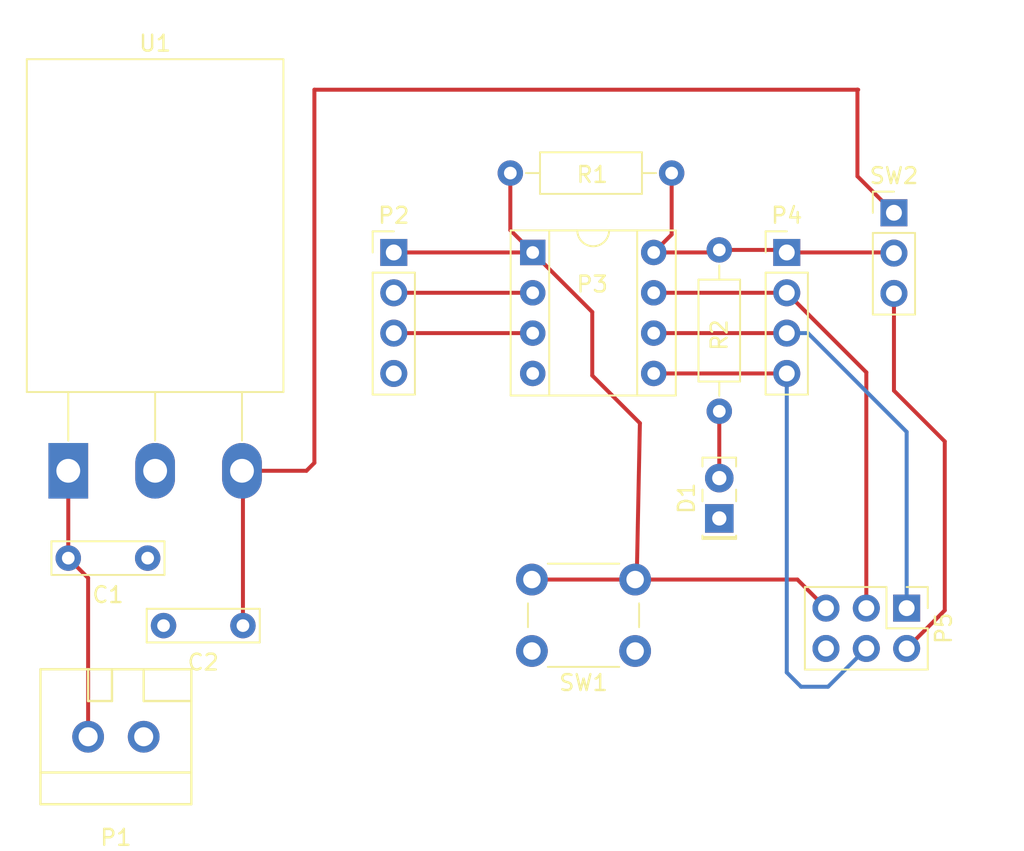
<source format=kicad_pcb>
(kicad_pcb (version 4) (host pcbnew 4.0.7)

  (general
    (links 32)
    (no_connects 9)
    (area 14.657143 14.855 78.303334 66.925)
    (thickness 1.6)
    (drawings 5)
    (tracks 49)
    (zones 0)
    (modules 13)
    (nets 13)
  )

  (page A4)
  (layers
    (0 F.Cu signal)
    (31 B.Cu signal)
    (32 B.Adhes user)
    (33 F.Adhes user)
    (34 B.Paste user)
    (35 F.Paste user)
    (36 B.SilkS user)
    (37 F.SilkS user)
    (38 B.Mask user)
    (39 F.Mask user)
    (40 Dwgs.User user)
    (41 Cmts.User user)
    (42 Eco1.User user)
    (43 Eco2.User user)
    (44 Edge.Cuts user)
    (45 Margin user)
    (46 B.CrtYd user)
    (47 F.CrtYd user)
    (48 B.Fab user)
    (49 F.Fab user)
  )

  (setup
    (last_trace_width 0.25)
    (trace_clearance 0.2)
    (zone_clearance 0.508)
    (zone_45_only no)
    (trace_min 0.2)
    (segment_width 0.2)
    (edge_width 0.1)
    (via_size 0.6)
    (via_drill 0.4)
    (via_min_size 0.4)
    (via_min_drill 0.3)
    (uvia_size 0.3)
    (uvia_drill 0.1)
    (uvias_allowed no)
    (uvia_min_size 0.2)
    (uvia_min_drill 0.1)
    (pcb_text_width 0.3)
    (pcb_text_size 1.5 1.5)
    (mod_edge_width 0.15)
    (mod_text_size 1 1)
    (mod_text_width 0.15)
    (pad_size 1.5 1.5)
    (pad_drill 0.6)
    (pad_to_mask_clearance 0)
    (aux_axis_origin 0 0)
    (visible_elements FFFFFF7F)
    (pcbplotparams
      (layerselection 0x00030_80000001)
      (usegerberextensions false)
      (excludeedgelayer true)
      (linewidth 0.100000)
      (plotframeref false)
      (viasonmask false)
      (mode 1)
      (useauxorigin false)
      (hpglpennumber 1)
      (hpglpenspeed 20)
      (hpglpendiameter 15)
      (hpglpenoverlay 2)
      (psnegative false)
      (psa4output false)
      (plotreference true)
      (plotvalue true)
      (plotinvisibletext false)
      (padsonsilk false)
      (subtractmaskfromsilk false)
      (outputformat 1)
      (mirror false)
      (drillshape 1)
      (scaleselection 1)
      (outputdirectory ""))
  )

  (net 0 "")
  (net 1 GND)
  (net 2 "Net-(C1-Pad2)")
  (net 3 Vcc7805)
  (net 4 "Net-(D1-Pad2)")
  (net 5 RST)
  (net 6 "Net-(P2-Pad2)")
  (net 7 "Net-(P2-Pad3)")
  (net 8 "Net-(P3-Pad5)")
  (net 9 "Net-(P3-Pad6)")
  (net 10 "Net-(P3-Pad7)")
  (net 11 PWR)
  (net 12 "Net-(P5-Pad2)")

  (net_class Default "This is the default net class."
    (clearance 0.2)
    (trace_width 0.25)
    (via_dia 0.6)
    (via_drill 0.4)
    (uvia_dia 0.3)
    (uvia_drill 0.1)
    (add_net GND)
    (add_net "Net-(C1-Pad2)")
    (add_net "Net-(D1-Pad2)")
    (add_net "Net-(P2-Pad2)")
    (add_net "Net-(P2-Pad3)")
    (add_net "Net-(P3-Pad5)")
    (add_net "Net-(P3-Pad6)")
    (add_net "Net-(P3-Pad7)")
    (add_net "Net-(P5-Pad2)")
    (add_net PWR)
    (add_net RST)
    (add_net Vcc7805)
  )

  (module Capacitors_ThroughHole:C_Rect_L7.0mm_W2.0mm_P5.00mm (layer F.Cu) (tedit 597BC7C2) (tstamp 59A8BF24)
    (at 24.5 48.25 180)
    (descr "C, Rect series, Radial, pin pitch=5.00mm, , length*width=7*2mm^2, Capacitor")
    (tags "C Rect series Radial pin pitch 5.00mm  length 7mm width 2mm Capacitor")
    (path /5946D770)
    (fp_text reference C1 (at 2.5 -2.31 180) (layer F.SilkS)
      (effects (font (size 1 1) (thickness 0.15)))
    )
    (fp_text value 100nF (at 2.5 2.31 180) (layer F.Fab)
      (effects (font (size 1 1) (thickness 0.15)))
    )
    (fp_line (start -1 -1) (end -1 1) (layer F.Fab) (width 0.1))
    (fp_line (start -1 1) (end 6 1) (layer F.Fab) (width 0.1))
    (fp_line (start 6 1) (end 6 -1) (layer F.Fab) (width 0.1))
    (fp_line (start 6 -1) (end -1 -1) (layer F.Fab) (width 0.1))
    (fp_line (start -1.06 -1.06) (end 6.06 -1.06) (layer F.SilkS) (width 0.12))
    (fp_line (start -1.06 1.06) (end 6.06 1.06) (layer F.SilkS) (width 0.12))
    (fp_line (start -1.06 -1.06) (end -1.06 1.06) (layer F.SilkS) (width 0.12))
    (fp_line (start 6.06 -1.06) (end 6.06 1.06) (layer F.SilkS) (width 0.12))
    (fp_line (start -1.35 -1.35) (end -1.35 1.35) (layer F.CrtYd) (width 0.05))
    (fp_line (start -1.35 1.35) (end 6.35 1.35) (layer F.CrtYd) (width 0.05))
    (fp_line (start 6.35 1.35) (end 6.35 -1.35) (layer F.CrtYd) (width 0.05))
    (fp_line (start 6.35 -1.35) (end -1.35 -1.35) (layer F.CrtYd) (width 0.05))
    (fp_text user %R (at 2.5 0 180) (layer F.Fab)
      (effects (font (size 1 1) (thickness 0.15)))
    )
    (pad 1 thru_hole circle (at 0 0 180) (size 1.6 1.6) (drill 0.8) (layers *.Cu *.Mask)
      (net 1 GND))
    (pad 2 thru_hole circle (at 5 0 180) (size 1.6 1.6) (drill 0.8) (layers *.Cu *.Mask)
      (net 2 "Net-(C1-Pad2)"))
    (model ${KISYS3DMOD}/Capacitors_THT.3dshapes/C_Rect_L7.0mm_W2.0mm_P5.00mm.wrl
      (at (xyz 0 0 0))
      (scale (xyz 1 1 1))
      (rotate (xyz 0 0 0))
    )
  )

  (module Capacitors_ThroughHole:C_Rect_L7.0mm_W2.0mm_P5.00mm (layer F.Cu) (tedit 597BC7C2) (tstamp 59A8BF37)
    (at 30.5 52.5 180)
    (descr "C, Rect series, Radial, pin pitch=5.00mm, , length*width=7*2mm^2, Capacitor")
    (tags "C Rect series Radial pin pitch 5.00mm  length 7mm width 2mm Capacitor")
    (path /5946D7BD)
    (fp_text reference C2 (at 2.5 -2.31 180) (layer F.SilkS)
      (effects (font (size 1 1) (thickness 0.15)))
    )
    (fp_text value 100nF (at 2.5 2.31 180) (layer F.Fab)
      (effects (font (size 1 1) (thickness 0.15)))
    )
    (fp_line (start -1 -1) (end -1 1) (layer F.Fab) (width 0.1))
    (fp_line (start -1 1) (end 6 1) (layer F.Fab) (width 0.1))
    (fp_line (start 6 1) (end 6 -1) (layer F.Fab) (width 0.1))
    (fp_line (start 6 -1) (end -1 -1) (layer F.Fab) (width 0.1))
    (fp_line (start -1.06 -1.06) (end 6.06 -1.06) (layer F.SilkS) (width 0.12))
    (fp_line (start -1.06 1.06) (end 6.06 1.06) (layer F.SilkS) (width 0.12))
    (fp_line (start -1.06 -1.06) (end -1.06 1.06) (layer F.SilkS) (width 0.12))
    (fp_line (start 6.06 -1.06) (end 6.06 1.06) (layer F.SilkS) (width 0.12))
    (fp_line (start -1.35 -1.35) (end -1.35 1.35) (layer F.CrtYd) (width 0.05))
    (fp_line (start -1.35 1.35) (end 6.35 1.35) (layer F.CrtYd) (width 0.05))
    (fp_line (start 6.35 1.35) (end 6.35 -1.35) (layer F.CrtYd) (width 0.05))
    (fp_line (start 6.35 -1.35) (end -1.35 -1.35) (layer F.CrtYd) (width 0.05))
    (fp_text user %R (at 2.5 0 180) (layer F.Fab)
      (effects (font (size 1 1) (thickness 0.15)))
    )
    (pad 1 thru_hole circle (at 0 0 180) (size 1.6 1.6) (drill 0.8) (layers *.Cu *.Mask)
      (net 3 Vcc7805))
    (pad 2 thru_hole circle (at 5 0 180) (size 1.6 1.6) (drill 0.8) (layers *.Cu *.Mask)
      (net 1 GND))
    (model ${KISYS3DMOD}/Capacitors_THT.3dshapes/C_Rect_L7.0mm_W2.0mm_P5.00mm.wrl
      (at (xyz 0 0 0))
      (scale (xyz 1 1 1))
      (rotate (xyz 0 0 0))
    )
  )

  (module LEDs:LED_Rectangular_W5.0mm_H2.0mm (layer F.Cu) (tedit 587A3A7B) (tstamp 59A8BF4E)
    (at 60.5 45.75 90)
    (descr "LED_Rectangular, Rectangular,  Rectangular size 5.0x2.0mm^2, 2 pins, http://www.kingbright.com/attachments/file/psearch/000/00/00/L-169XCGDK(Ver.9B).pdf")
    (tags "LED_Rectangular Rectangular  Rectangular size 5.0x2.0mm^2 2 pins")
    (path /5946D8DE)
    (fp_text reference D1 (at 1.27 -2.06 90) (layer F.SilkS)
      (effects (font (size 1 1) (thickness 0.15)))
    )
    (fp_text value LED (at 1.27 2.06 90) (layer F.Fab)
      (effects (font (size 1 1) (thickness 0.15)))
    )
    (fp_line (start -1.23 -1) (end -1.23 1) (layer F.Fab) (width 0.1))
    (fp_line (start -1.23 1) (end 3.77 1) (layer F.Fab) (width 0.1))
    (fp_line (start 3.77 1) (end 3.77 -1) (layer F.Fab) (width 0.1))
    (fp_line (start 3.77 -1) (end -1.23 -1) (layer F.Fab) (width 0.1))
    (fp_line (start -1.29 -1.06) (end -1.08 -1.06) (layer F.SilkS) (width 0.12))
    (fp_line (start 1.08 -1.06) (end 1.811 -1.06) (layer F.SilkS) (width 0.12))
    (fp_line (start 3.27 -1.06) (end 3.83 -1.06) (layer F.SilkS) (width 0.12))
    (fp_line (start -1.29 1.06) (end -1.08 1.06) (layer F.SilkS) (width 0.12))
    (fp_line (start 1.08 1.06) (end 1.811 1.06) (layer F.SilkS) (width 0.12))
    (fp_line (start 3.27 1.06) (end 3.83 1.06) (layer F.SilkS) (width 0.12))
    (fp_line (start -1.29 -1.06) (end -1.29 1.06) (layer F.SilkS) (width 0.12))
    (fp_line (start 3.83 -1.06) (end 3.83 1.06) (layer F.SilkS) (width 0.12))
    (fp_line (start -1.17 -1.06) (end -1.17 1.06) (layer F.SilkS) (width 0.12))
    (fp_line (start -1.55 -1.35) (end -1.55 1.35) (layer F.CrtYd) (width 0.05))
    (fp_line (start -1.55 1.35) (end 4.1 1.35) (layer F.CrtYd) (width 0.05))
    (fp_line (start 4.1 1.35) (end 4.1 -1.35) (layer F.CrtYd) (width 0.05))
    (fp_line (start 4.1 -1.35) (end -1.55 -1.35) (layer F.CrtYd) (width 0.05))
    (pad 1 thru_hole rect (at 0 0 90) (size 1.8 1.8) (drill 0.9) (layers *.Cu *.Mask)
      (net 1 GND))
    (pad 2 thru_hole circle (at 2.54 0 90) (size 1.8 1.8) (drill 0.9) (layers *.Cu *.Mask)
      (net 4 "Net-(D1-Pad2)"))
    (model ${KISYS3DMOD}/LEDs.3dshapes/LED_Rectangular_W5.0mm_H2.0mm.wrl
      (at (xyz 0 0 0))
      (scale (xyz 0.393701 0.393701 0.393701))
      (rotate (xyz 0 0 0))
    )
  )

  (module Pin_Headers:Pin_Header_Straight_1x04_Pitch2.54mm (layer F.Cu) (tedit 5A89C223) (tstamp 59A8BF83)
    (at 40 29)
    (descr "Through hole straight pin header, 1x04, 2.54mm pitch, single row")
    (tags "Through hole pin header THT 1x04 2.54mm single row")
    (path /5946D837)
    (fp_text reference P2 (at 0 -2.33) (layer F.SilkS)
      (effects (font (size 1 1) (thickness 0.15)))
    )
    (fp_text value CONN_01X04 (at 0 9.95) (layer F.Fab) hide
      (effects (font (size 1 1) (thickness 0.15)))
    )
    (fp_line (start -0.635 -1.27) (end 1.27 -1.27) (layer F.Fab) (width 0.1))
    (fp_line (start 1.27 -1.27) (end 1.27 8.89) (layer F.Fab) (width 0.1))
    (fp_line (start 1.27 8.89) (end -1.27 8.89) (layer F.Fab) (width 0.1))
    (fp_line (start -1.27 8.89) (end -1.27 -0.635) (layer F.Fab) (width 0.1))
    (fp_line (start -1.27 -0.635) (end -0.635 -1.27) (layer F.Fab) (width 0.1))
    (fp_line (start -1.33 8.95) (end 1.33 8.95) (layer F.SilkS) (width 0.12))
    (fp_line (start -1.33 1.27) (end -1.33 8.95) (layer F.SilkS) (width 0.12))
    (fp_line (start 1.33 1.27) (end 1.33 8.95) (layer F.SilkS) (width 0.12))
    (fp_line (start -1.33 1.27) (end 1.33 1.27) (layer F.SilkS) (width 0.12))
    (fp_line (start -1.33 0) (end -1.33 -1.33) (layer F.SilkS) (width 0.12))
    (fp_line (start -1.33 -1.33) (end 0 -1.33) (layer F.SilkS) (width 0.12))
    (fp_line (start -1.8 -1.8) (end -1.8 9.4) (layer F.CrtYd) (width 0.05))
    (fp_line (start -1.8 9.4) (end 1.8 9.4) (layer F.CrtYd) (width 0.05))
    (fp_line (start 1.8 9.4) (end 1.8 -1.8) (layer F.CrtYd) (width 0.05))
    (fp_line (start 1.8 -1.8) (end -1.8 -1.8) (layer F.CrtYd) (width 0.05))
    (fp_text user %R (at 0 3.81 90) (layer F.Fab)
      (effects (font (size 1 1) (thickness 0.15)))
    )
    (pad 1 thru_hole rect (at 0 0) (size 1.7 1.7) (drill 1) (layers *.Cu *.Mask)
      (net 5 RST))
    (pad 2 thru_hole oval (at 0 2.54) (size 1.7 1.7) (drill 1) (layers *.Cu *.Mask)
      (net 6 "Net-(P2-Pad2)"))
    (pad 3 thru_hole oval (at 0 5.08) (size 1.7 1.7) (drill 1) (layers *.Cu *.Mask)
      (net 7 "Net-(P2-Pad3)"))
    (pad 4 thru_hole oval (at 0 7.62) (size 1.7 1.7) (drill 1) (layers *.Cu *.Mask)
      (net 1 GND))
    (model ${KISYS3DMOD}/Pin_Headers.3dshapes/Pin_Header_Straight_1x04_Pitch2.54mm.wrl
      (at (xyz 0 0 0))
      (scale (xyz 1 1 1))
      (rotate (xyz 0 0 0))
    )
  )

  (module Housings_DIP:DIP-8_W7.62mm_Socket (layer F.Cu) (tedit 5A89C23D) (tstamp 59A8BFA7)
    (at 48.75 29)
    (descr "8-lead dip package, row spacing 7.62 mm (300 mils), Socket")
    (tags "DIL DIP PDIP 2.54mm 7.62mm 300mil Socket")
    (path /5946D684)
    (fp_text reference P3 (at 3.75 2) (layer F.SilkS)
      (effects (font (size 1 1) (thickness 0.15)))
    )
    (fp_text value DIL8 (at 3.81 10.01) (layer F.Fab) hide
      (effects (font (size 1 1) (thickness 0.15)))
    )
    (fp_text user %R (at 3.81 3.81) (layer F.Fab)
      (effects (font (size 1 1) (thickness 0.15)))
    )
    (fp_line (start 1.635 -1.27) (end 6.985 -1.27) (layer F.Fab) (width 0.1))
    (fp_line (start 6.985 -1.27) (end 6.985 8.89) (layer F.Fab) (width 0.1))
    (fp_line (start 6.985 8.89) (end 0.635 8.89) (layer F.Fab) (width 0.1))
    (fp_line (start 0.635 8.89) (end 0.635 -0.27) (layer F.Fab) (width 0.1))
    (fp_line (start 0.635 -0.27) (end 1.635 -1.27) (layer F.Fab) (width 0.1))
    (fp_line (start -1.27 -1.27) (end -1.27 8.89) (layer F.Fab) (width 0.1))
    (fp_line (start -1.27 8.89) (end 8.89 8.89) (layer F.Fab) (width 0.1))
    (fp_line (start 8.89 8.89) (end 8.89 -1.27) (layer F.Fab) (width 0.1))
    (fp_line (start 8.89 -1.27) (end -1.27 -1.27) (layer F.Fab) (width 0.1))
    (fp_line (start 2.81 -1.39) (end 1.04 -1.39) (layer F.SilkS) (width 0.12))
    (fp_line (start 1.04 -1.39) (end 1.04 9.01) (layer F.SilkS) (width 0.12))
    (fp_line (start 1.04 9.01) (end 6.58 9.01) (layer F.SilkS) (width 0.12))
    (fp_line (start 6.58 9.01) (end 6.58 -1.39) (layer F.SilkS) (width 0.12))
    (fp_line (start 6.58 -1.39) (end 4.81 -1.39) (layer F.SilkS) (width 0.12))
    (fp_line (start -1.39 -1.39) (end -1.39 9.01) (layer F.SilkS) (width 0.12))
    (fp_line (start -1.39 9.01) (end 9.01 9.01) (layer F.SilkS) (width 0.12))
    (fp_line (start 9.01 9.01) (end 9.01 -1.39) (layer F.SilkS) (width 0.12))
    (fp_line (start 9.01 -1.39) (end -1.39 -1.39) (layer F.SilkS) (width 0.12))
    (fp_line (start -1.7 -1.7) (end -1.7 9.3) (layer F.CrtYd) (width 0.05))
    (fp_line (start -1.7 9.3) (end 9.3 9.3) (layer F.CrtYd) (width 0.05))
    (fp_line (start 9.3 9.3) (end 9.3 -1.7) (layer F.CrtYd) (width 0.05))
    (fp_line (start 9.3 -1.7) (end -1.7 -1.7) (layer F.CrtYd) (width 0.05))
    (fp_arc (start 3.81 -1.39) (end 2.81 -1.39) (angle -180) (layer F.SilkS) (width 0.12))
    (pad 1 thru_hole rect (at 0 0) (size 1.6 1.6) (drill 0.8) (layers *.Cu *.Mask)
      (net 5 RST))
    (pad 5 thru_hole oval (at 7.62 7.62) (size 1.6 1.6) (drill 0.8) (layers *.Cu *.Mask)
      (net 8 "Net-(P3-Pad5)"))
    (pad 2 thru_hole oval (at 0 2.54) (size 1.6 1.6) (drill 0.8) (layers *.Cu *.Mask)
      (net 6 "Net-(P2-Pad2)"))
    (pad 6 thru_hole oval (at 7.62 5.08) (size 1.6 1.6) (drill 0.8) (layers *.Cu *.Mask)
      (net 9 "Net-(P3-Pad6)"))
    (pad 3 thru_hole oval (at 0 5.08) (size 1.6 1.6) (drill 0.8) (layers *.Cu *.Mask)
      (net 7 "Net-(P2-Pad3)"))
    (pad 7 thru_hole oval (at 7.62 2.54) (size 1.6 1.6) (drill 0.8) (layers *.Cu *.Mask)
      (net 10 "Net-(P3-Pad7)"))
    (pad 4 thru_hole oval (at 0 7.62) (size 1.6 1.6) (drill 0.8) (layers *.Cu *.Mask)
      (net 1 GND))
    (pad 8 thru_hole oval (at 7.62 0) (size 1.6 1.6) (drill 0.8) (layers *.Cu *.Mask)
      (net 11 PWR))
    (model ${KISYS3DMOD}/Housings_DIP.3dshapes/DIP-8_W7.62mm_Socket.wrl
      (at (xyz 0 0 0))
      (scale (xyz 1 1 1))
      (rotate (xyz 0 0 0))
    )
  )

  (module Pin_Headers:Pin_Header_Straight_1x04_Pitch2.54mm (layer F.Cu) (tedit 5A89C227) (tstamp 59A8BFBF)
    (at 64.75 29)
    (descr "Through hole straight pin header, 1x04, 2.54mm pitch, single row")
    (tags "Through hole pin header THT 1x04 2.54mm single row")
    (path /5946D7E1)
    (fp_text reference P4 (at 0 -2.33) (layer F.SilkS)
      (effects (font (size 1 1) (thickness 0.15)))
    )
    (fp_text value CONN_01X04 (at 0 9.95) (layer F.Fab) hide
      (effects (font (size 1 1) (thickness 0.15)))
    )
    (fp_line (start -0.635 -1.27) (end 1.27 -1.27) (layer F.Fab) (width 0.1))
    (fp_line (start 1.27 -1.27) (end 1.27 8.89) (layer F.Fab) (width 0.1))
    (fp_line (start 1.27 8.89) (end -1.27 8.89) (layer F.Fab) (width 0.1))
    (fp_line (start -1.27 8.89) (end -1.27 -0.635) (layer F.Fab) (width 0.1))
    (fp_line (start -1.27 -0.635) (end -0.635 -1.27) (layer F.Fab) (width 0.1))
    (fp_line (start -1.33 8.95) (end 1.33 8.95) (layer F.SilkS) (width 0.12))
    (fp_line (start -1.33 1.27) (end -1.33 8.95) (layer F.SilkS) (width 0.12))
    (fp_line (start 1.33 1.27) (end 1.33 8.95) (layer F.SilkS) (width 0.12))
    (fp_line (start -1.33 1.27) (end 1.33 1.27) (layer F.SilkS) (width 0.12))
    (fp_line (start -1.33 0) (end -1.33 -1.33) (layer F.SilkS) (width 0.12))
    (fp_line (start -1.33 -1.33) (end 0 -1.33) (layer F.SilkS) (width 0.12))
    (fp_line (start -1.8 -1.8) (end -1.8 9.4) (layer F.CrtYd) (width 0.05))
    (fp_line (start -1.8 9.4) (end 1.8 9.4) (layer F.CrtYd) (width 0.05))
    (fp_line (start 1.8 9.4) (end 1.8 -1.8) (layer F.CrtYd) (width 0.05))
    (fp_line (start 1.8 -1.8) (end -1.8 -1.8) (layer F.CrtYd) (width 0.05))
    (fp_text user %R (at 0 3.81 90) (layer F.Fab)
      (effects (font (size 1 1) (thickness 0.15)))
    )
    (pad 1 thru_hole rect (at 0 0) (size 1.7 1.7) (drill 1) (layers *.Cu *.Mask)
      (net 11 PWR))
    (pad 2 thru_hole oval (at 0 2.54) (size 1.7 1.7) (drill 1) (layers *.Cu *.Mask)
      (net 10 "Net-(P3-Pad7)"))
    (pad 3 thru_hole oval (at 0 5.08) (size 1.7 1.7) (drill 1) (layers *.Cu *.Mask)
      (net 9 "Net-(P3-Pad6)"))
    (pad 4 thru_hole oval (at 0 7.62) (size 1.7 1.7) (drill 1) (layers *.Cu *.Mask)
      (net 8 "Net-(P3-Pad5)"))
    (model ${KISYS3DMOD}/Pin_Headers.3dshapes/Pin_Header_Straight_1x04_Pitch2.54mm.wrl
      (at (xyz 0 0 0))
      (scale (xyz 1 1 1))
      (rotate (xyz 0 0 0))
    )
  )

  (module Pin_Headers:Pin_Header_Straight_2x03_Pitch2.54mm (layer F.Cu) (tedit 59650532) (tstamp 59A8BFDB)
    (at 72.3 51.4 270)
    (descr "Through hole straight pin header, 2x03, 2.54mm pitch, double rows")
    (tags "Through hole pin header THT 2x03 2.54mm double row")
    (path /5946D87F)
    (fp_text reference P5 (at 1.27 -2.33 270) (layer F.SilkS)
      (effects (font (size 1 1) (thickness 0.15)))
    )
    (fp_text value CONN_02X03 (at 1.27 7.41 270) (layer F.Fab)
      (effects (font (size 1 1) (thickness 0.15)))
    )
    (fp_line (start 0 -1.27) (end 3.81 -1.27) (layer F.Fab) (width 0.1))
    (fp_line (start 3.81 -1.27) (end 3.81 6.35) (layer F.Fab) (width 0.1))
    (fp_line (start 3.81 6.35) (end -1.27 6.35) (layer F.Fab) (width 0.1))
    (fp_line (start -1.27 6.35) (end -1.27 0) (layer F.Fab) (width 0.1))
    (fp_line (start -1.27 0) (end 0 -1.27) (layer F.Fab) (width 0.1))
    (fp_line (start -1.33 6.41) (end 3.87 6.41) (layer F.SilkS) (width 0.12))
    (fp_line (start -1.33 1.27) (end -1.33 6.41) (layer F.SilkS) (width 0.12))
    (fp_line (start 3.87 -1.33) (end 3.87 6.41) (layer F.SilkS) (width 0.12))
    (fp_line (start -1.33 1.27) (end 1.27 1.27) (layer F.SilkS) (width 0.12))
    (fp_line (start 1.27 1.27) (end 1.27 -1.33) (layer F.SilkS) (width 0.12))
    (fp_line (start 1.27 -1.33) (end 3.87 -1.33) (layer F.SilkS) (width 0.12))
    (fp_line (start -1.33 0) (end -1.33 -1.33) (layer F.SilkS) (width 0.12))
    (fp_line (start -1.33 -1.33) (end 0 -1.33) (layer F.SilkS) (width 0.12))
    (fp_line (start -1.8 -1.8) (end -1.8 6.85) (layer F.CrtYd) (width 0.05))
    (fp_line (start -1.8 6.85) (end 4.35 6.85) (layer F.CrtYd) (width 0.05))
    (fp_line (start 4.35 6.85) (end 4.35 -1.8) (layer F.CrtYd) (width 0.05))
    (fp_line (start 4.35 -1.8) (end -1.8 -1.8) (layer F.CrtYd) (width 0.05))
    (fp_text user %R (at 1.27 2.54 360) (layer F.Fab)
      (effects (font (size 1 1) (thickness 0.15)))
    )
    (pad 1 thru_hole rect (at 0 0 270) (size 1.7 1.7) (drill 1) (layers *.Cu *.Mask)
      (net 9 "Net-(P3-Pad6)"))
    (pad 2 thru_hole oval (at 2.54 0 270) (size 1.7 1.7) (drill 1) (layers *.Cu *.Mask)
      (net 12 "Net-(P5-Pad2)"))
    (pad 3 thru_hole oval (at 0 2.54 270) (size 1.7 1.7) (drill 1) (layers *.Cu *.Mask)
      (net 10 "Net-(P3-Pad7)"))
    (pad 4 thru_hole oval (at 2.54 2.54 270) (size 1.7 1.7) (drill 1) (layers *.Cu *.Mask)
      (net 8 "Net-(P3-Pad5)"))
    (pad 5 thru_hole oval (at 0 5.08 270) (size 1.7 1.7) (drill 1) (layers *.Cu *.Mask)
      (net 5 RST))
    (pad 6 thru_hole oval (at 2.54 5.08 270) (size 1.7 1.7) (drill 1) (layers *.Cu *.Mask)
      (net 1 GND))
    (model ${KISYS3DMOD}/Pin_Headers.3dshapes/Pin_Header_Straight_2x03_Pitch2.54mm.wrl
      (at (xyz 0 0 0))
      (scale (xyz 1 1 1))
      (rotate (xyz 0 0 0))
    )
  )

  (module Resistors_ThroughHole:R_Axial_DIN0207_L6.3mm_D2.5mm_P10.16mm_Horizontal (layer F.Cu) (tedit 5A89C244) (tstamp 59A8BFF1)
    (at 57.5 24 180)
    (descr "Resistor, Axial_DIN0207 series, Axial, Horizontal, pin pitch=10.16mm, 0.25W = 1/4W, length*diameter=6.3*2.5mm^2, http://cdn-reichelt.de/documents/datenblatt/B400/1_4W%23YAG.pdf")
    (tags "Resistor Axial_DIN0207 series Axial Horizontal pin pitch 10.16mm 0.25W = 1/4W length 6.3mm diameter 2.5mm")
    (path /5946D753)
    (fp_text reference R1 (at 5 -0.1 180) (layer F.SilkS)
      (effects (font (size 1 1) (thickness 0.15)))
    )
    (fp_text value 10K (at 5.08 2.31 180) (layer F.Fab)
      (effects (font (size 1 1) (thickness 0.15)))
    )
    (fp_line (start 1.93 -1.25) (end 1.93 1.25) (layer F.Fab) (width 0.1))
    (fp_line (start 1.93 1.25) (end 8.23 1.25) (layer F.Fab) (width 0.1))
    (fp_line (start 8.23 1.25) (end 8.23 -1.25) (layer F.Fab) (width 0.1))
    (fp_line (start 8.23 -1.25) (end 1.93 -1.25) (layer F.Fab) (width 0.1))
    (fp_line (start 0 0) (end 1.93 0) (layer F.Fab) (width 0.1))
    (fp_line (start 10.16 0) (end 8.23 0) (layer F.Fab) (width 0.1))
    (fp_line (start 1.87 -1.31) (end 1.87 1.31) (layer F.SilkS) (width 0.12))
    (fp_line (start 1.87 1.31) (end 8.29 1.31) (layer F.SilkS) (width 0.12))
    (fp_line (start 8.29 1.31) (end 8.29 -1.31) (layer F.SilkS) (width 0.12))
    (fp_line (start 8.29 -1.31) (end 1.87 -1.31) (layer F.SilkS) (width 0.12))
    (fp_line (start 0.98 0) (end 1.87 0) (layer F.SilkS) (width 0.12))
    (fp_line (start 9.18 0) (end 8.29 0) (layer F.SilkS) (width 0.12))
    (fp_line (start -1.05 -1.6) (end -1.05 1.6) (layer F.CrtYd) (width 0.05))
    (fp_line (start -1.05 1.6) (end 11.25 1.6) (layer F.CrtYd) (width 0.05))
    (fp_line (start 11.25 1.6) (end 11.25 -1.6) (layer F.CrtYd) (width 0.05))
    (fp_line (start 11.25 -1.6) (end -1.05 -1.6) (layer F.CrtYd) (width 0.05))
    (pad 1 thru_hole circle (at 0 0 180) (size 1.6 1.6) (drill 0.8) (layers *.Cu *.Mask)
      (net 11 PWR))
    (pad 2 thru_hole oval (at 10.16 0 180) (size 1.6 1.6) (drill 0.8) (layers *.Cu *.Mask)
      (net 5 RST))
    (model ${KISYS3DMOD}/Resistors_THT.3dshapes/R_Axial_DIN0207_L6.3mm_D2.5mm_P10.16mm_Horizontal.wrl
      (at (xyz 0 0 0))
      (scale (xyz 0.393701 0.393701 0.393701))
      (rotate (xyz 0 0 0))
    )
  )

  (module Resistors_ThroughHole:R_Axial_DIN0207_L6.3mm_D2.5mm_P10.16mm_Horizontal (layer F.Cu) (tedit 5A89C233) (tstamp 59A8C007)
    (at 60.5 39 90)
    (descr "Resistor, Axial_DIN0207 series, Axial, Horizontal, pin pitch=10.16mm, 0.25W = 1/4W, length*diameter=6.3*2.5mm^2, http://cdn-reichelt.de/documents/datenblatt/B400/1_4W%23YAG.pdf")
    (tags "Resistor Axial_DIN0207 series Axial Horizontal pin pitch 10.16mm 0.25W = 1/4W length 6.3mm diameter 2.5mm")
    (path /5946D715)
    (fp_text reference R2 (at 4.8 0 90) (layer F.SilkS)
      (effects (font (size 1 1) (thickness 0.15)))
    )
    (fp_text value 220 (at 5.08 2.31 90) (layer F.Fab)
      (effects (font (size 1 1) (thickness 0.15)))
    )
    (fp_line (start 1.93 -1.25) (end 1.93 1.25) (layer F.Fab) (width 0.1))
    (fp_line (start 1.93 1.25) (end 8.23 1.25) (layer F.Fab) (width 0.1))
    (fp_line (start 8.23 1.25) (end 8.23 -1.25) (layer F.Fab) (width 0.1))
    (fp_line (start 8.23 -1.25) (end 1.93 -1.25) (layer F.Fab) (width 0.1))
    (fp_line (start 0 0) (end 1.93 0) (layer F.Fab) (width 0.1))
    (fp_line (start 10.16 0) (end 8.23 0) (layer F.Fab) (width 0.1))
    (fp_line (start 1.87 -1.31) (end 1.87 1.31) (layer F.SilkS) (width 0.12))
    (fp_line (start 1.87 1.31) (end 8.29 1.31) (layer F.SilkS) (width 0.12))
    (fp_line (start 8.29 1.31) (end 8.29 -1.31) (layer F.SilkS) (width 0.12))
    (fp_line (start 8.29 -1.31) (end 1.87 -1.31) (layer F.SilkS) (width 0.12))
    (fp_line (start 0.98 0) (end 1.87 0) (layer F.SilkS) (width 0.12))
    (fp_line (start 9.18 0) (end 8.29 0) (layer F.SilkS) (width 0.12))
    (fp_line (start -1.05 -1.6) (end -1.05 1.6) (layer F.CrtYd) (width 0.05))
    (fp_line (start -1.05 1.6) (end 11.25 1.6) (layer F.CrtYd) (width 0.05))
    (fp_line (start 11.25 1.6) (end 11.25 -1.6) (layer F.CrtYd) (width 0.05))
    (fp_line (start 11.25 -1.6) (end -1.05 -1.6) (layer F.CrtYd) (width 0.05))
    (pad 1 thru_hole circle (at 0 0 90) (size 1.6 1.6) (drill 0.8) (layers *.Cu *.Mask)
      (net 4 "Net-(D1-Pad2)"))
    (pad 2 thru_hole oval (at 10.16 0 90) (size 1.6 1.6) (drill 0.8) (layers *.Cu *.Mask)
      (net 11 PWR))
    (model ${KISYS3DMOD}/Resistors_THT.3dshapes/R_Axial_DIN0207_L6.3mm_D2.5mm_P10.16mm_Horizontal.wrl
      (at (xyz 0 0 0))
      (scale (xyz 0.393701 0.393701 0.393701))
      (rotate (xyz 0 0 0))
    )
  )

  (module Buttons_Switches_ThroughHole:SW_PUSH_6mm (layer F.Cu) (tedit 5923F252) (tstamp 59A8C026)
    (at 55.2 54.1 180)
    (descr https://www.omron.com/ecb/products/pdf/en-b3f.pdf)
    (tags "tact sw push 6mm")
    (path /5946DBD8)
    (fp_text reference SW1 (at 3.25 -2 180) (layer F.SilkS)
      (effects (font (size 1 1) (thickness 0.15)))
    )
    (fp_text value SW_Push_Dual (at 3.75 6.7 180) (layer F.Fab)
      (effects (font (size 1 1) (thickness 0.15)))
    )
    (fp_text user %R (at 3.25 2.25 180) (layer F.Fab)
      (effects (font (size 1 1) (thickness 0.15)))
    )
    (fp_line (start 3.25 -0.75) (end 6.25 -0.75) (layer F.Fab) (width 0.1))
    (fp_line (start 6.25 -0.75) (end 6.25 5.25) (layer F.Fab) (width 0.1))
    (fp_line (start 6.25 5.25) (end 0.25 5.25) (layer F.Fab) (width 0.1))
    (fp_line (start 0.25 5.25) (end 0.25 -0.75) (layer F.Fab) (width 0.1))
    (fp_line (start 0.25 -0.75) (end 3.25 -0.75) (layer F.Fab) (width 0.1))
    (fp_line (start 7.75 6) (end 8 6) (layer F.CrtYd) (width 0.05))
    (fp_line (start 8 6) (end 8 5.75) (layer F.CrtYd) (width 0.05))
    (fp_line (start 7.75 -1.5) (end 8 -1.5) (layer F.CrtYd) (width 0.05))
    (fp_line (start 8 -1.5) (end 8 -1.25) (layer F.CrtYd) (width 0.05))
    (fp_line (start -1.5 -1.25) (end -1.5 -1.5) (layer F.CrtYd) (width 0.05))
    (fp_line (start -1.5 -1.5) (end -1.25 -1.5) (layer F.CrtYd) (width 0.05))
    (fp_line (start -1.5 5.75) (end -1.5 6) (layer F.CrtYd) (width 0.05))
    (fp_line (start -1.5 6) (end -1.25 6) (layer F.CrtYd) (width 0.05))
    (fp_line (start -1.25 -1.5) (end 7.75 -1.5) (layer F.CrtYd) (width 0.05))
    (fp_line (start -1.5 5.75) (end -1.5 -1.25) (layer F.CrtYd) (width 0.05))
    (fp_line (start 7.75 6) (end -1.25 6) (layer F.CrtYd) (width 0.05))
    (fp_line (start 8 -1.25) (end 8 5.75) (layer F.CrtYd) (width 0.05))
    (fp_line (start 1 5.5) (end 5.5 5.5) (layer F.SilkS) (width 0.12))
    (fp_line (start -0.25 1.5) (end -0.25 3) (layer F.SilkS) (width 0.12))
    (fp_line (start 5.5 -1) (end 1 -1) (layer F.SilkS) (width 0.12))
    (fp_line (start 6.75 3) (end 6.75 1.5) (layer F.SilkS) (width 0.12))
    (fp_circle (center 3.25 2.25) (end 1.25 2.5) (layer F.Fab) (width 0.1))
    (pad 2 thru_hole circle (at 0 4.5 270) (size 2 2) (drill 1.1) (layers *.Cu *.Mask)
      (net 5 RST))
    (pad 1 thru_hole circle (at 0 0 270) (size 2 2) (drill 1.1) (layers *.Cu *.Mask)
      (net 1 GND))
    (pad 2 thru_hole circle (at 6.5 4.5 270) (size 2 2) (drill 1.1) (layers *.Cu *.Mask)
      (net 5 RST))
    (pad 1 thru_hole circle (at 6.5 0 270) (size 2 2) (drill 1.1) (layers *.Cu *.Mask)
      (net 1 GND))
    (model ${KISYS3DMOD}/Buttons_Switches_THT.3dshapes/SW_PUSH_6mm.wrl
      (at (xyz 0.005 0 0))
      (scale (xyz 0.3937 0.3937 0.3937))
      (rotate (xyz 0 0 0))
    )
  )

  (module Socket_Strips:Socket_Strip_Straight_1x03_Pitch2.54mm (layer F.Cu) (tedit 5A89BFD9) (tstamp 59A8C03C)
    (at 71.5 26.5)
    (descr "Through hole straight socket strip, 1x03, 2.54mm pitch, single row")
    (tags "Through hole socket strip THT 1x03 2.54mm single row")
    (path /5946DC2F)
    (fp_text reference SW2 (at 0 -2.33) (layer F.SilkS)
      (effects (font (size 1 1) (thickness 0.15)))
    )
    (fp_text value SW_SPDT (at 0 7.41) (layer F.Fab) hide
      (effects (font (size 1 1) (thickness 0.15)))
    )
    (fp_line (start -1.27 -1.27) (end -1.27 6.35) (layer F.Fab) (width 0.1))
    (fp_line (start -1.27 6.35) (end 1.27 6.35) (layer F.Fab) (width 0.1))
    (fp_line (start 1.27 6.35) (end 1.27 -1.27) (layer F.Fab) (width 0.1))
    (fp_line (start 1.27 -1.27) (end -1.27 -1.27) (layer F.Fab) (width 0.1))
    (fp_line (start -1.33 1.27) (end -1.33 6.41) (layer F.SilkS) (width 0.12))
    (fp_line (start -1.33 6.41) (end 1.33 6.41) (layer F.SilkS) (width 0.12))
    (fp_line (start 1.33 6.41) (end 1.33 1.27) (layer F.SilkS) (width 0.12))
    (fp_line (start 1.33 1.27) (end -1.33 1.27) (layer F.SilkS) (width 0.12))
    (fp_line (start -1.33 0) (end -1.33 -1.33) (layer F.SilkS) (width 0.12))
    (fp_line (start -1.33 -1.33) (end 0 -1.33) (layer F.SilkS) (width 0.12))
    (fp_line (start -1.8 -1.8) (end -1.8 6.85) (layer F.CrtYd) (width 0.05))
    (fp_line (start -1.8 6.85) (end 1.8 6.85) (layer F.CrtYd) (width 0.05))
    (fp_line (start 1.8 6.85) (end 1.8 -1.8) (layer F.CrtYd) (width 0.05))
    (fp_line (start 1.8 -1.8) (end -1.8 -1.8) (layer F.CrtYd) (width 0.05))
    (fp_text user %R (at 0 -2.33) (layer F.Fab)
      (effects (font (size 1 1) (thickness 0.15)))
    )
    (pad 1 thru_hole rect (at 0 0) (size 1.7 1.7) (drill 1) (layers *.Cu *.Mask)
      (net 3 Vcc7805))
    (pad 2 thru_hole oval (at 0 2.54) (size 1.7 1.7) (drill 1) (layers *.Cu *.Mask)
      (net 11 PWR))
    (pad 3 thru_hole oval (at 0 5.08) (size 1.7 1.7) (drill 1) (layers *.Cu *.Mask)
      (net 12 "Net-(P5-Pad2)"))
    (model ${KISYS3DMOD}/Socket_Strips.3dshapes/Socket_Strip_Straight_1x03_Pitch2.54mm.wrl
      (at (xyz 0 -0.1 0))
      (scale (xyz 1 1 1))
      (rotate (xyz 0 0 270))
    )
  )

  (module TO_SOT_Packages_THT:TO-218_SOT93_Horizontal (layer F.Cu) (tedit 5A89C213) (tstamp 59A8C05C)
    (at 19.5 42.75)
    (descr "TO-218, Horizontal, RM 5.47mm, SOT93")
    (tags "TO-218 Horizontal RM 5.47mm SOT93")
    (path /5946F644)
    (fp_text reference U1 (at 5.47 -26.92) (layer F.SilkS)
      (effects (font (size 1 1) (thickness 0.15)))
    )
    (fp_text value LM7805CT (at 5.47 2.75) (layer F.Fab) hide
      (effects (font (size 1 1) (thickness 0.15)))
    )
    (fp_text user %R (at 5.47 -26.92) (layer F.Fab)
      (effects (font (size 1 1) (thickness 0.15)))
    )
    (fp_line (start -2.49 -17.78) (end -2.49 -25.8) (layer F.Fab) (width 0.1))
    (fp_line (start -2.49 -25.8) (end 13.43 -25.8) (layer F.Fab) (width 0.1))
    (fp_line (start 13.43 -25.8) (end 13.43 -17.78) (layer F.Fab) (width 0.1))
    (fp_line (start 13.43 -17.78) (end -2.49 -17.78) (layer F.Fab) (width 0.1))
    (fp_line (start -2.49 -5.08) (end -2.49 -17.78) (layer F.Fab) (width 0.1))
    (fp_line (start -2.49 -17.78) (end 13.43 -17.78) (layer F.Fab) (width 0.1))
    (fp_line (start 13.43 -17.78) (end 13.43 -5.08) (layer F.Fab) (width 0.1))
    (fp_line (start 13.43 -5.08) (end -2.49 -5.08) (layer F.Fab) (width 0.1))
    (fp_line (start 0 -5.08) (end 0 0) (layer F.Fab) (width 0.1))
    (fp_line (start 5.47 -5.08) (end 5.47 0) (layer F.Fab) (width 0.1))
    (fp_line (start 10.94 -5.08) (end 10.94 0) (layer F.Fab) (width 0.1))
    (fp_line (start -2.611 -4.96) (end 13.55 -4.96) (layer F.SilkS) (width 0.12))
    (fp_line (start -2.611 -25.92) (end 13.55 -25.92) (layer F.SilkS) (width 0.12))
    (fp_line (start -2.611 -25.92) (end -2.611 -4.96) (layer F.SilkS) (width 0.12))
    (fp_line (start 13.55 -25.92) (end 13.55 -4.96) (layer F.SilkS) (width 0.12))
    (fp_line (start 0 -4.96) (end 0 -1.9) (layer F.SilkS) (width 0.12))
    (fp_line (start 5.47 -4.96) (end 5.47 -1.9) (layer F.SilkS) (width 0.12))
    (fp_line (start 10.94 -4.96) (end 10.94 -1.9) (layer F.SilkS) (width 0.12))
    (fp_line (start -2.74 -26.05) (end -2.74 2) (layer F.CrtYd) (width 0.05))
    (fp_line (start -2.74 2) (end 13.69 2) (layer F.CrtYd) (width 0.05))
    (fp_line (start 13.69 2) (end 13.69 -26.05) (layer F.CrtYd) (width 0.05))
    (fp_line (start 13.69 -26.05) (end -2.74 -26.05) (layer F.CrtYd) (width 0.05))
    (fp_circle (center 5.11 -21.28) (end 7.225 -21.28) (layer F.Fab) (width 0.1))
    (pad 0 np_thru_hole oval (at 5.11 -21.28) (size 4 4) (drill 4) (layers *.Cu *.Mask))
    (pad 1 thru_hole rect (at 0 0) (size 2.5 3.5) (drill 1.5) (layers *.Cu *.Mask)
      (net 2 "Net-(C1-Pad2)"))
    (pad 2 thru_hole oval (at 5.47 0) (size 2.5 3.5) (drill 1.5) (layers *.Cu *.Mask)
      (net 1 GND))
    (pad 3 thru_hole oval (at 10.94 0) (size 2.5 3.5) (drill 1.5) (layers *.Cu *.Mask)
      (net 3 Vcc7805))
    (model ${KISYS3DMOD}/TO_SOT_Packages_THT.3dshapes/TO-218_SOT93_Horizontal.wrl
      (at (xyz 0.204724 0 0))
      (scale (xyz 1 1 1))
      (rotate (xyz 0 0 0))
    )
  )

  (module Connectors_WAGO:WAGO_734_2pin_Straight (layer F.Cu) (tedit 5A89C20A) (tstamp 59BC425E)
    (at 22.5 59.5 180)
    (descr "WAGO, Serie 734, Socket, Stiftleiste, 2 polig, 2 pin, straight, gerade, Date 05Jul2010,")
    (tags "WAGO, Serie 734, Socket, Stiftleiste, 2 polig, 2 pin, straight, gerade, Date 05Jul2010,")
    (path /5946FB27)
    (fp_text reference P1 (at 0 -6.35 180) (layer F.SilkS)
      (effects (font (size 1 1) (thickness 0.15)))
    )
    (fp_text value MOLEX_CONN_01X02 (at 0 6.35 180) (layer F.Fab) hide
      (effects (font (size 1 1) (thickness 0.15)))
    )
    (fp_line (start -4.7498 -2.25044) (end 4.7498 -2.25044) (layer F.SilkS) (width 0.15))
    (fp_line (start 0.24892 4.24942) (end 0.24892 2.25044) (layer F.SilkS) (width 0.15))
    (fp_line (start 0.24892 2.25044) (end 1.75006 2.25044) (layer F.SilkS) (width 0.15))
    (fp_line (start 1.75006 2.25044) (end 1.75006 4.24942) (layer F.SilkS) (width 0.15))
    (fp_line (start -4.7498 2.25044) (end -1.75006 2.25044) (layer F.SilkS) (width 0.15))
    (fp_line (start -1.75006 2.25044) (end -1.75006 4.20116) (layer F.SilkS) (width 0.15))
    (fp_line (start 4.7498 4.24942) (end 4.7498 -4.24942) (layer F.SilkS) (width 0.15))
    (fp_line (start 4.7498 -4.24942) (end -4.7498 -4.24942) (layer F.SilkS) (width 0.15))
    (fp_line (start -4.7498 -4.24942) (end -4.7498 4.24942) (layer F.SilkS) (width 0.15))
    (fp_line (start -4.7498 4.24942) (end 4.7498 4.24942) (layer F.SilkS) (width 0.15))
    (pad 2 thru_hole circle (at 1.75006 0 180) (size 1.99898 1.99898) (drill 1.19888) (layers *.Cu *.Mask)
      (net 2 "Net-(C1-Pad2)"))
    (pad 1 thru_hole circle (at -1.75006 0 180) (size 1.99898 1.99898) (drill 1.19888) (layers *.Cu *.Mask)
      (net 1 GND))
  )

  (gr_line (start 15.4 62.8) (end 15.3 62.8) (angle 90) (layer Cmts.User) (width 0.2))
  (gr_line (start 15.4 13.2) (end 15.4 62.8) (angle 90) (layer Cmts.User) (width 0.2))
  (gr_line (start 79.6 13.2) (end 15.4 13.2) (angle 90) (layer Cmts.User) (width 0.2))
  (gr_line (start 79.6 62.8) (end 79.6 13.2) (angle 90) (layer Cmts.User) (width 0.2))
  (gr_line (start 15.4 62.8) (end 79.6 62.8) (angle 90) (layer Cmts.User) (width 0.2))

  (segment (start 20.74994 59.5) (end 20.74994 49.49994) (width 0.25) (layer F.Cu) (net 2))
  (segment (start 20.74994 49.49994) (end 19.5 48.25) (width 0.25) (layer F.Cu) (net 2) (tstamp 59BC42CD))
  (segment (start 19.5 48.25) (end 19.5 42.75) (width 0.25) (layer F.Cu) (net 2) (tstamp 59BC42CF))
  (segment (start 69.2 18.75) (end 69.2 24.2) (width 0.25) (layer F.Cu) (net 3))
  (segment (start 69.2 24.2) (end 71.5 26.5) (width 0.25) (layer F.Cu) (net 3) (tstamp 5A89C13E))
  (segment (start 30.44 42.75) (end 34.5 42.75) (width 0.25) (layer F.Cu) (net 3))
  (segment (start 34.5 42.75) (end 35 42.25) (width 0.25) (layer F.Cu) (net 3) (tstamp 59BC4334))
  (segment (start 35 42.25) (end 35 18.75) (width 0.25) (layer F.Cu) (net 3) (tstamp 59BC4335))
  (segment (start 35 18.75) (end 69.2 18.75) (width 0.25) (layer F.Cu) (net 3) (tstamp 59BC4336))
  (segment (start 69.2 18.75) (end 69.25 18.75) (width 0.25) (layer F.Cu) (net 3) (tstamp 5A89C13C))
  (segment (start 30.5 52.5) (end 30.5 42.81) (width 0.25) (layer F.Cu) (net 3))
  (segment (start 60.5 43.21) (end 60.5 39) (width 0.25) (layer F.Cu) (net 4))
  (segment (start 55.2 49.6) (end 65.42 49.6) (width 0.25) (layer F.Cu) (net 5) (status 400000))
  (segment (start 65.42 49.6) (end 67.22 51.4) (width 0.25) (layer F.Cu) (net 5) (tstamp 5A89C49A) (status 800000))
  (segment (start 55.3 49.6) (end 55.35 49.6) (width 0.25) (layer F.Cu) (net 5))
  (segment (start 48.75 29) (end 40 29) (width 0.25) (layer F.Cu) (net 5))
  (segment (start 48.8 49.6) (end 55.3 49.6) (width 0.25) (layer F.Cu) (net 5))
  (segment (start 55.3 49.6) (end 55.5 39.75) (width 0.25) (layer F.Cu) (net 5) (tstamp 59BC439F))
  (segment (start 55.5 39.75) (end 52.5 36.75) (width 0.25) (layer F.Cu) (net 5) (tstamp 59BC43A0))
  (segment (start 52.5 36.75) (end 52.5 32.75) (width 0.25) (layer F.Cu) (net 5) (tstamp 59BC43A2))
  (segment (start 52.5 32.75) (end 48.75 29) (width 0.25) (layer F.Cu) (net 5) (tstamp 59BC43A4))
  (segment (start 47.34 24) (end 47.34 27.59) (width 0.25) (layer F.Cu) (net 5))
  (segment (start 47.34 27.59) (end 48.75 29) (width 0.25) (layer F.Cu) (net 5) (tstamp 59A8C749))
  (segment (start 48.75 31.54) (end 40 31.54) (width 0.25) (layer F.Cu) (net 6))
  (segment (start 48.75 34.08) (end 40 34.08) (width 0.25) (layer F.Cu) (net 7))
  (segment (start 64.75 36.62) (end 64.75 55.45) (width 0.25) (layer B.Cu) (net 8) (status 400000))
  (segment (start 67.35 56.35) (end 69.76 53.94) (width 0.25) (layer B.Cu) (net 8) (tstamp 5A89C4A1) (status 800000))
  (segment (start 65.65 56.35) (end 67.35 56.35) (width 0.25) (layer B.Cu) (net 8) (tstamp 5A89C4A0))
  (segment (start 64.75 55.45) (end 65.65 56.35) (width 0.25) (layer B.Cu) (net 8) (tstamp 5A89C49E))
  (segment (start 56.37 36.62) (end 64.75 36.62) (width 0.25) (layer F.Cu) (net 8))
  (segment (start 64.75 34.08) (end 66.08 34.08) (width 0.25) (layer B.Cu) (net 9) (status 400000))
  (segment (start 72.3 40.3) (end 72.3 51.4) (width 0.25) (layer B.Cu) (net 9) (tstamp 5A89C4A6) (status 800000))
  (segment (start 66.08 34.08) (end 72.3 40.3) (width 0.25) (layer B.Cu) (net 9) (tstamp 5A89C4A5))
  (segment (start 56.37 34.08) (end 64.75 34.08) (width 0.25) (layer F.Cu) (net 9))
  (segment (start 69.76 51.4) (end 69.76 36.55) (width 0.25) (layer F.Cu) (net 10) (status 400000))
  (segment (start 69.76 36.55) (end 64.75 31.54) (width 0.25) (layer F.Cu) (net 10) (tstamp 5A89C4AB) (status 800000))
  (segment (start 56.37 31.54) (end 64.75 31.54) (width 0.25) (layer F.Cu) (net 10))
  (segment (start 64.75 29) (end 71.46 29) (width 0.25) (layer F.Cu) (net 11))
  (segment (start 71.46 29) (end 71.5 29.04) (width 0.25) (layer F.Cu) (net 11) (tstamp 5A89C136))
  (segment (start 60.5 28.84) (end 64.59 28.84) (width 0.25) (layer F.Cu) (net 11))
  (segment (start 64.59 28.84) (end 64.75 29) (width 0.25) (layer F.Cu) (net 11) (tstamp 59BC4346))
  (segment (start 56.37 29) (end 60.34 29) (width 0.25) (layer F.Cu) (net 11))
  (segment (start 60.34 29) (end 60.5 28.84) (width 0.25) (layer F.Cu) (net 11) (tstamp 59BC4343))
  (segment (start 57.5 24) (end 57.5 27.87) (width 0.25) (layer F.Cu) (net 11))
  (segment (start 57.5 27.87) (end 56.37 29) (width 0.25) (layer F.Cu) (net 11) (tstamp 59A8C757))
  (segment (start 71.5 31.58) (end 71.5 37.7) (width 0.25) (layer F.Cu) (net 12) (status 400000))
  (segment (start 74.7 51.54) (end 72.3 53.94) (width 0.25) (layer F.Cu) (net 12) (tstamp 5A89C4B3) (status 800000))
  (segment (start 74.7 40.9) (end 74.7 51.54) (width 0.25) (layer F.Cu) (net 12) (tstamp 5A89C4B1))
  (segment (start 71.5 37.7) (end 74.7 40.9) (width 0.25) (layer F.Cu) (net 12) (tstamp 5A89C4AF))

  (zone (net 1) (net_name GND) (layer B.Cu) (tstamp 5A89C4D5) (hatch edge 0.508)
    (connect_pads (clearance 0.508))
    (min_thickness 0.254)
    (fill (arc_segments 16) (thermal_gap 0.508) (thermal_bridge_width 0.508))
    (polygon
      (pts
        (xy 78.55 61.8) (xy 78.45 14.7) (xy 16.6 14.4) (xy 16.55 61.5) (xy 77.95 61.75)
      )
    )
  )
)

</source>
